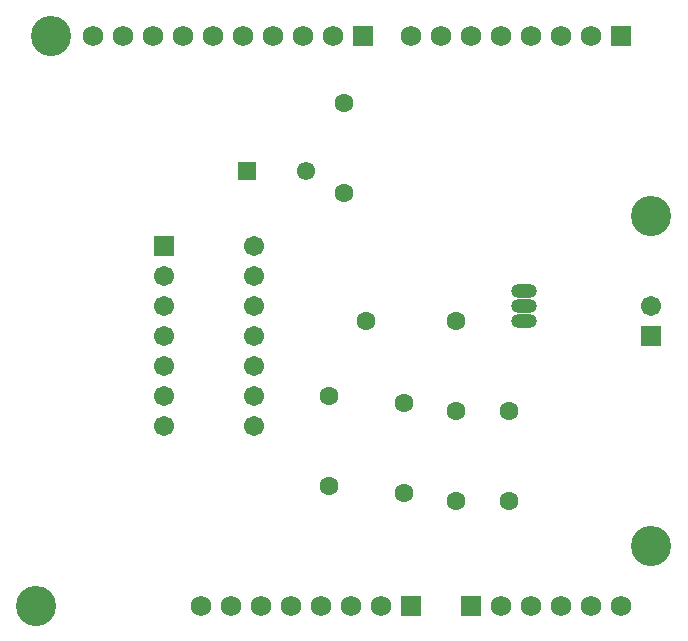
<source format=gts>
G04 Layer_Color=8388736*
%FSLAX25Y25*%
%MOIN*%
G70*
G01*
G75*
%ADD28C,0.06312*%
%ADD29R,0.06706X0.06706*%
%ADD30C,0.06706*%
%ADD31O,0.08674X0.04737*%
%ADD32O,0.08674X0.04737*%
%ADD33R,0.06706X0.06706*%
%ADD34C,0.06115*%
%ADD35R,0.06115X0.06115*%
%ADD36R,0.06800X0.06800*%
%ADD37C,0.06800*%
%ADD38C,0.13398*%
D28*
X152500Y80000D02*
D03*
Y50000D02*
D03*
X177500Y47500D02*
D03*
Y77500D02*
D03*
X195000Y75000D02*
D03*
Y45000D02*
D03*
X212500Y75000D02*
D03*
Y45000D02*
D03*
X165000Y105000D02*
D03*
X195000D02*
D03*
X157500Y147500D02*
D03*
Y177500D02*
D03*
D29*
X97500Y130000D02*
D03*
D30*
Y120000D02*
D03*
Y110000D02*
D03*
Y100000D02*
D03*
Y90000D02*
D03*
Y80000D02*
D03*
Y70000D02*
D03*
X127500Y130000D02*
D03*
Y120000D02*
D03*
Y110000D02*
D03*
Y100000D02*
D03*
Y90000D02*
D03*
Y80000D02*
D03*
Y70000D02*
D03*
X260000Y110000D02*
D03*
D31*
X217500Y115000D02*
D03*
D32*
Y110000D02*
D03*
Y105000D02*
D03*
D33*
X260000Y100000D02*
D03*
D34*
X144843Y155000D02*
D03*
D35*
X125157D02*
D03*
D36*
X200000Y10000D02*
D03*
X164000Y200000D02*
D03*
X250000D02*
D03*
X180000Y10000D02*
D03*
D37*
X210000D02*
D03*
X220000D02*
D03*
X230000D02*
D03*
X240000D02*
D03*
X250000D02*
D03*
X154000Y200000D02*
D03*
X144000D02*
D03*
X134000D02*
D03*
X124000D02*
D03*
X114000D02*
D03*
X104000D02*
D03*
X94000D02*
D03*
X84000D02*
D03*
X74000D02*
D03*
X220000D02*
D03*
X210000D02*
D03*
X200000D02*
D03*
X190000D02*
D03*
X180000D02*
D03*
X240000D02*
D03*
X230000D02*
D03*
X150000Y10000D02*
D03*
X140000D02*
D03*
X130000D02*
D03*
X120000D02*
D03*
X110000D02*
D03*
X170000D02*
D03*
X160000D02*
D03*
D38*
X260000Y30000D02*
D03*
Y140000D02*
D03*
X55000Y10000D02*
D03*
X60000Y200000D02*
D03*
M02*

</source>
